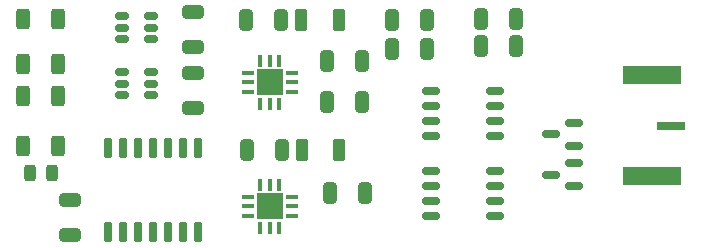
<source format=gbr>
%TF.GenerationSoftware,KiCad,Pcbnew,7.0.10*%
%TF.CreationDate,2024-02-11T10:45:53+07:00*%
%TF.ProjectId,PMOD-Pulser_update,504d4f44-2d50-4756-9c73-65725f757064,rev?*%
%TF.SameCoordinates,PX5e2ce30PY52bb330*%
%TF.FileFunction,Paste,Top*%
%TF.FilePolarity,Positive*%
%FSLAX46Y46*%
G04 Gerber Fmt 4.6, Leading zero omitted, Abs format (unit mm)*
G04 Created by KiCad (PCBNEW 7.0.10) date 2024-02-11 10:45:53*
%MOMM*%
%LPD*%
G01*
G04 APERTURE LIST*
G04 Aperture macros list*
%AMRoundRect*
0 Rectangle with rounded corners*
0 $1 Rounding radius*
0 $2 $3 $4 $5 $6 $7 $8 $9 X,Y pos of 4 corners*
0 Add a 4 corners polygon primitive as box body*
4,1,4,$2,$3,$4,$5,$6,$7,$8,$9,$2,$3,0*
0 Add four circle primitives for the rounded corners*
1,1,$1+$1,$2,$3*
1,1,$1+$1,$4,$5*
1,1,$1+$1,$6,$7*
1,1,$1+$1,$8,$9*
0 Add four rect primitives between the rounded corners*
20,1,$1+$1,$2,$3,$4,$5,0*
20,1,$1+$1,$4,$5,$6,$7,0*
20,1,$1+$1,$6,$7,$8,$9,0*
20,1,$1+$1,$8,$9,$2,$3,0*%
G04 Aperture macros list end*
%ADD10RoundRect,0.150000X0.450000X-0.150000X0.450000X0.150000X-0.450000X0.150000X-0.450000X-0.150000X0*%
%ADD11RoundRect,0.250000X-0.325000X-0.650000X0.325000X-0.650000X0.325000X0.650000X-0.325000X0.650000X0*%
%ADD12RoundRect,0.250000X-0.312500X-0.625000X0.312500X-0.625000X0.312500X0.625000X-0.312500X0.625000X0*%
%ADD13RoundRect,0.150000X0.587500X0.150000X-0.587500X0.150000X-0.587500X-0.150000X0.587500X-0.150000X0*%
%ADD14RoundRect,0.087500X0.462500X-0.087500X0.462500X0.087500X-0.462500X0.087500X-0.462500X-0.087500X0*%
%ADD15RoundRect,0.087500X-0.087500X-0.462500X0.087500X-0.462500X0.087500X0.462500X-0.087500X0.462500X0*%
%ADD16R,2.250000X2.250000*%
%ADD17RoundRect,0.250000X0.650000X-0.325000X0.650000X0.325000X-0.650000X0.325000X-0.650000X-0.325000X0*%
%ADD18R,2.350000X0.700000*%
%ADD19R,4.900000X1.600000*%
%ADD20RoundRect,0.250000X0.275000X0.700000X-0.275000X0.700000X-0.275000X-0.700000X0.275000X-0.700000X0*%
%ADD21RoundRect,0.250000X-0.650000X0.325000X-0.650000X-0.325000X0.650000X-0.325000X0.650000X0.325000X0*%
%ADD22RoundRect,0.162500X0.600000X-0.162500X0.600000X0.162500X-0.600000X0.162500X-0.600000X-0.162500X0*%
%ADD23RoundRect,0.175000X0.175000X0.712500X-0.175000X0.712500X-0.175000X-0.712500X0.175000X-0.712500X0*%
%ADD24RoundRect,0.243750X-0.243750X-0.456250X0.243750X-0.456250X0.243750X0.456250X-0.243750X0.456250X0*%
G04 APERTURE END LIST*
D10*
%TO.C,IC1*%
X15600000Y20500000D03*
X15600000Y19550000D03*
X15600000Y18600000D03*
X18100000Y18600000D03*
X18100000Y19550000D03*
X18100000Y20500000D03*
%TD*%
D11*
%TO.C,C5*%
X33025000Y13250000D03*
X35975000Y13250000D03*
%TD*%
D12*
%TO.C,R3*%
X7287500Y16500000D03*
X10212500Y16500000D03*
%TD*%
D11*
%TO.C,C6*%
X46025000Y18000000D03*
X48975000Y18000000D03*
%TD*%
D13*
%TO.C,D2*%
X53875000Y6150000D03*
X53875000Y8050000D03*
X52000000Y7100000D03*
%TD*%
D11*
%TO.C,C7*%
X46025000Y20250000D03*
X48975000Y20250000D03*
%TD*%
D14*
%TO.C,IC2*%
X26300000Y15700000D03*
X26300000Y14900000D03*
X26300000Y14100000D03*
D15*
X27350000Y13050000D03*
X28150000Y13050000D03*
X28950000Y13050000D03*
D14*
X30000000Y14100000D03*
X30000000Y14900000D03*
X30000000Y15700000D03*
D15*
X28950000Y16750000D03*
X28150000Y16750000D03*
X27350000Y16750000D03*
D16*
X28150000Y14900000D03*
%TD*%
D13*
%TO.C,D1*%
X53875000Y9550000D03*
X53875000Y11450000D03*
X52000000Y10500000D03*
%TD*%
D17*
%TO.C,C15*%
X21650000Y17875000D03*
X21650000Y20825000D03*
%TD*%
D18*
%TO.C,J1*%
X62100000Y11250000D03*
D19*
X60525000Y7000000D03*
X60525000Y15500000D03*
%TD*%
D11*
%TO.C,C4*%
X33025000Y16750000D03*
X35975000Y16750000D03*
%TD*%
D20*
%TO.C,FB2*%
X34025000Y9150000D03*
X30875000Y9150000D03*
%TD*%
%TO.C,FB1*%
X33975000Y20150000D03*
X30825000Y20150000D03*
%TD*%
D17*
%TO.C,C14*%
X11250000Y2025000D03*
X11250000Y4975000D03*
%TD*%
D12*
%TO.C,R2*%
X7287500Y20250000D03*
X10212500Y20250000D03*
%TD*%
%TO.C,R4*%
X7287500Y13750000D03*
X10212500Y13750000D03*
%TD*%
D11*
%TO.C,C9*%
X33275000Y5500000D03*
X36225000Y5500000D03*
%TD*%
%TO.C,C2*%
X38525000Y17750000D03*
X41475000Y17750000D03*
%TD*%
D21*
%TO.C,C16*%
X21650000Y15675000D03*
X21650000Y12725000D03*
%TD*%
D22*
%TO.C,IC6*%
X41788000Y7405000D03*
X41788000Y6135000D03*
X41788000Y4865000D03*
X41788000Y3595000D03*
X47212000Y3595000D03*
X47212000Y4865000D03*
X47212000Y6135000D03*
X47212000Y7405000D03*
%TD*%
%TO.C,IC3*%
X41788000Y14155000D03*
X41788000Y12885000D03*
X41788000Y11615000D03*
X41788000Y10345000D03*
X47212000Y10345000D03*
X47212000Y11615000D03*
X47212000Y12885000D03*
X47212000Y14155000D03*
%TD*%
D11*
%TO.C,C8*%
X26225000Y9150000D03*
X29175000Y9150000D03*
%TD*%
D23*
%TO.C,H1*%
X14440000Y2274000D03*
X15710000Y2274000D03*
X16980000Y2274000D03*
X18250000Y2274000D03*
X19520000Y2274000D03*
X20790000Y2274000D03*
X22060000Y2274000D03*
X22060000Y9350000D03*
X20790000Y9350000D03*
X19520000Y9350000D03*
X18250000Y9350000D03*
X16980000Y9350000D03*
X15710000Y9350000D03*
X14440000Y9350000D03*
%TD*%
D11*
%TO.C,C3*%
X38525000Y20150000D03*
X41475000Y20150000D03*
%TD*%
D12*
%TO.C,R1*%
X7287500Y9500000D03*
X10212500Y9500000D03*
%TD*%
D24*
%TO.C,D3*%
X7812500Y7250000D03*
X9687500Y7250000D03*
%TD*%
D11*
%TO.C,C1*%
X26175000Y20150000D03*
X29125000Y20150000D03*
%TD*%
D10*
%TO.C,IC4*%
X15600000Y15750000D03*
X15600000Y14800000D03*
X15600000Y13850000D03*
X18100000Y13850000D03*
X18100000Y14800000D03*
X18100000Y15750000D03*
%TD*%
D14*
%TO.C,IC5*%
X26300000Y5200000D03*
X26300000Y4400000D03*
X26300000Y3600000D03*
D15*
X27350000Y2550000D03*
X28150000Y2550000D03*
X28950000Y2550000D03*
D14*
X30000000Y3600000D03*
X30000000Y4400000D03*
X30000000Y5200000D03*
D15*
X28950000Y6250000D03*
X28150000Y6250000D03*
X27350000Y6250000D03*
D16*
X28150000Y4400000D03*
%TD*%
M02*

</source>
